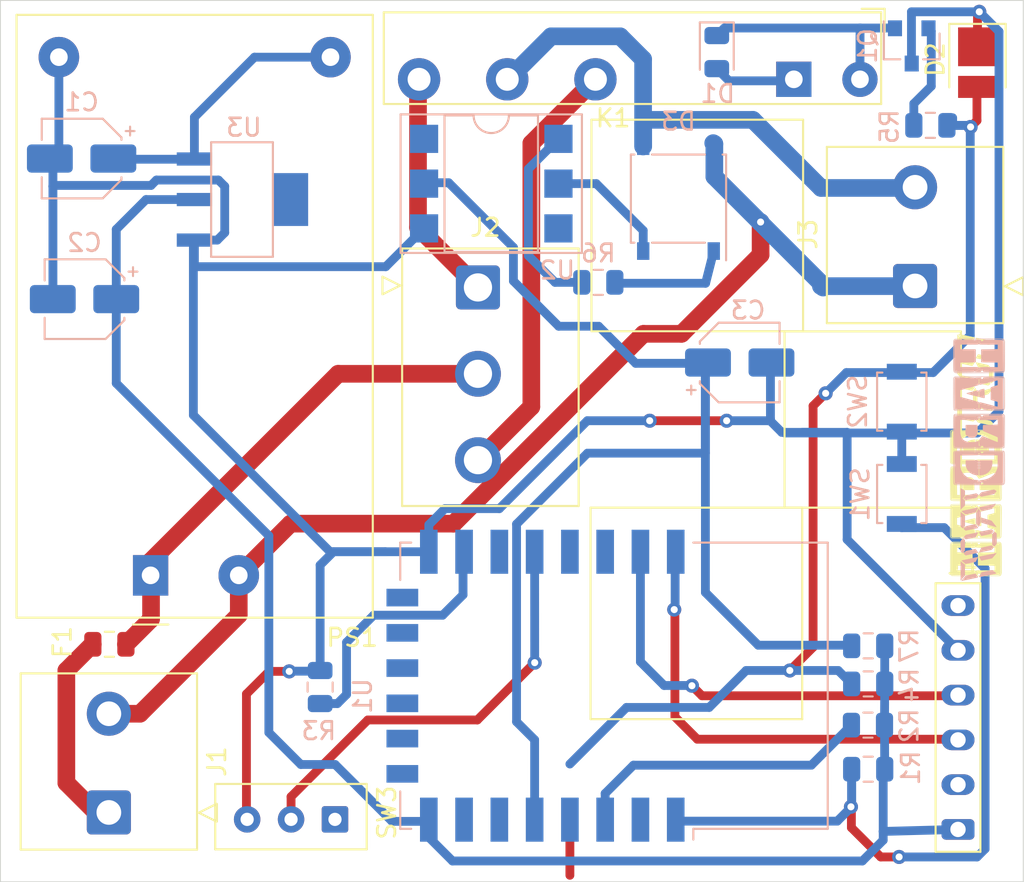
<source format=kicad_pcb>
(kicad_pcb (version 20171130) (host pcbnew "(5.1.5)-3")
  (layers (0 F.Cu signal) (31 B.Cu signal) (34 B.Paste user) (35 F.Paste user) (36 B.SilkS user) (37 F.SilkS user) (38 B.Mask user) (39 F.Mask user) (44 Edge.Cuts user))
  (net 0 "")
  (net 1 GND)
  (net 2 "Net-(U1-Pad19)")
  (net 3 "Net-(U1-Pad17)")
  (net 4 "Net-(U1-Pad14)")
  (net 5 "Net-(U1-Pad13)")
  (net 6 "Net-(U1-Pad12)")
  (net 7 "Net-(U1-Pad11)")
  (net 8 "Net-(U1-Pad10)")
  (net 9 "Net-(U1-Pad9)")
  (net 10 +3V3)
  (net 11 "Net-(U1-Pad7)")
  (net 12 "Net-(U1-Pad2)")
  (net 13 "Net-(D3-Pad2)")
  (net 14 "Net-(D3-Pad1)")
  (net 15 "Net-(Q1-Pad2)")
  (net 16 "Net-(U2-Pad6)")
  (net 17 "Net-(U2-Pad3)")
  (net 18 "Net-(D1-Pad1)")
  (net 19 "Net-(C1-Pad1)")
  (net 20 Gpio14)
  (net 21 +5V)
  (net 22 Gpio16)
  (net 23 "Net-(J4-Pad6)")
  (net 24 Rx)
  (net 25 Tx)
  (net 26 "Net-(J4-Pad2)")
  (net 27 C)
  (net 28 Nf)
  (net 29 Na)
  (net 30 Rst)
  (net 31 EN)
  (net 32 Gpio15)
  (net 33 "Net-(R6-Pad2)")
  (net 34 Gpio0)
  (net 35 "Net-(SW3-Pad1)")
  (net 36 "Net-(U1-Pad20)")
  (net 37 Gpio12)
  (net 38 Neutro)
  (net 39 C-Interrruptor)
  (net 40 Fase)
  (module Button_Switch_SMD:SW_SPST_B3U-1000P-B (layer B.Cu) (at 64.1096 35.7632 270)
    (fp_text reference SW2 (at 0 2.5 90) (layer B.SilkS) (effects (justify mirror)))
    (fp_text value B3U-1000P-B)
    (pad "" np_thru_hole circle (at 0 0 270) (size 0.8 0.8) (drill 0.8) (layers *.Cu *.Mask))
    (pad 2 smd rect (at 1.7 0 270) (size 0.9 1.7) (layers B.Cu B.Paste B.Mask) (net 1 GND))
    (pad 1 smd rect (at -1.7 0 270) (size 0.9 1.7) (layers B.Cu B.Paste B.Mask) (net 22 Gpio16))
  )
  (module Button_Switch_SMD:SW_SPST_B3U-1000P-B (layer B.Cu) (at 64.1096 41.00068 90)
    (fp_text reference SW1 (at -0.01524 -2.35712 90) (layer B.SilkS) (effects (justify mirror)))
    (fp_text value B3U-1000P-B)
    (pad "" np_thru_hole circle (at 0 0 90) (size 0.8 0.8) (drill 0.8) (layers *.Cu *.Mask))
    (pad 2 smd rect (at 1.7 0 90) (size 0.9 1.7) (layers B.Cu B.Paste B.Mask) (net 1 GND))
    (pad 1 smd rect (at -1.7 0 90) (size 0.9 1.7) (layers B.Cu B.Paste B.Mask) (net 30 Rst))
  )
  (module Logo:hardtron (layer B.Cu) (at 68.4784 39.13632 270)
    (fp_text reference G*** hide)
    (fp_text value LOGO hide)
  )
  (module Logo:hardtron (layer F.Cu) (at 68.29552 38.71976 90)
    (fp_text reference G*** hide)
    (fp_text value LOGO hide)
  )
  (module Package_DIP:DIP-6_W7.62mm_SMDSocket_SmallPads (layer B.Cu) (at 40.8305 23.3934 180)
    (fp_text reference U2 (at -3.7465 -4.9149) (layer B.SilkS) (effects (justify mirror)))
    (fp_text value 4N25)
    (pad 6 smd rect (at 3.81 2.54 180) (size 1.6 1.6) (layers B.Cu B.Paste B.Mask) (net 16 "Net-(U2-Pad6)"))
    (pad 3 smd rect (at -3.81 -2.54 180) (size 1.6 1.6) (layers B.Cu B.Paste B.Mask) (net 17 "Net-(U2-Pad3)"))
    (pad 5 smd rect (at 3.81 0 180) (size 1.6 1.6) (layers B.Cu B.Paste B.Mask) (net 20 Gpio14))
    (pad 2 smd rect (at -3.81 0 180) (size 1.6 1.6) (layers B.Cu B.Paste B.Mask) (net 13 "Net-(D3-Pad2)"))
    (pad 4 smd rect (at 3.81 -2.54 180) (size 1.6 1.6) (layers B.Cu B.Paste B.Mask) (net 1 GND))
    (pad 1 smd rect (at -3.81 2.54 180) (size 1.6 1.6) (layers B.Cu B.Paste B.Mask) (net 33 "Net-(R6-Pad2)"))
  )
  (module Connector_TE-Connectivity:TE_826576-3_1x03_P1mm_Vertical (layer F.Cu) (at 33.7693 61.1632 180)
    (fp_text reference SW3 (at -1.143 2.0828 90) (layer F.SilkS))
    (fp_text value SS12D00)
    (pad 1 thru_hole roundrect (at 1.8 1.7 180) (size 1.5 1.5) (drill 0.75) (layers *.Cu *.Mask) (roundrect_rratio 0.104) (net 35 "Net-(SW3-Pad1)"))
    (pad 2 thru_hole circle (at 4.29 1.7 180) (size 1.5 1.5) (drill 0.75) (layers *.Cu *.Mask) (net 34 Gpio0))
    (pad 3 thru_hole circle (at 6.78 1.7 180) (size 1.5 1.5) (drill 0.75) (layers *.Cu *.Mask) (net 1 GND))
  )
  (module Connector_Wuerth:Wuerth_WR-WTB_64800611622_1x06_P2.50mm_Vertical (layer F.Cu) (at 66.0273 61.3029 90)
    (fp_text reference J4 (at 16.256 1.524) (layer F.SilkS))
    (fp_text value Cp2102)
    (pad 1 thru_hole roundrect (at 1.27 1.27 90) (size 1.17 1.87) (drill 0.87) (layers *.Cu *.Mask) (roundrect_rratio 0.214) (net 10 +3V3))
    (pad 2 thru_hole oval (at 3.81 1.27 90) (size 1.17 1.87) (drill 0.87) (layers *.Cu *.Mask) (net 26 "Net-(J4-Pad2)"))
    (pad 3 thru_hole oval (at 6.35 1.27 90) (size 1.17 1.87) (drill 0.87) (layers *.Cu *.Mask) (net 25 Tx))
    (pad 4 thru_hole oval (at 8.89 1.27 90) (size 1.17 1.87) (drill 0.87) (layers *.Cu *.Mask) (net 24 Rx))
    (pad 5 thru_hole oval (at 11.43 1.27 90) (size 1.17 1.87) (drill 0.87) (layers *.Cu *.Mask) (net 1 GND))
    (pad 6 thru_hole oval (at 13.97 1.27 90) (size 1.17 1.87) (drill 0.87) (layers *.Cu *.Mask) (net 23 "Net-(J4-Pad6)"))
  )
  (module Package_DIP:R-PDSO-G4 (layer B.Cu) (at 28.448 27.5463 90)
    (fp_text reference U3 (at 7.3394 -1.6416 180) (layer B.SilkS) (effects (justify mirror)))
    (fp_text value LM1117-3.3)
    (pad 4 smd rect (at 3.25 1 90) (size 3 2) (layers B.Cu B.Paste B.Mask))
    (pad 3 smd rect (at 5.55 -4.45 90) (size 0.75 2) (layers B.Cu B.Paste B.Mask) (net 19 "Net-(C1-Pad1)"))
    (pad 2 smd rect (at 3.25 -4.45 90) (size 0.75 2) (layers B.Cu B.Paste B.Mask) (net 10 +3V3))
    (pad 1 smd rect (at 0.95 -4.45 90) (size 0.75 2) (layers B.Cu B.Paste B.Mask) (net 1 GND))
  )
  (module RF_Module:ESP-12E (layer B.Cu) (at 47.7901 51.8795 90)
    (fp_text reference U1 (at -0.5842 -14.2494 -90) (layer B.SilkS) (effects (justify mirror)))
    (fp_text value ESP-12E)
    (pad 22 smd rect (at 7.6 3.5 90) (size 2.5 1) (layers B.Cu B.Paste B.Mask) (net 25 Tx))
    (pad 21 smd rect (at 7.6 1.5 90) (size 2.5 1) (layers B.Cu B.Paste B.Mask) (net 24 Rx))
    (pad 20 smd rect (at 7.6 -0.5 90) (size 2.5 1) (layers B.Cu B.Paste B.Mask) (net 36 "Net-(U1-Pad20)"))
    (pad 19 smd rect (at 7.6 -2.5 90) (size 2.5 1) (layers B.Cu B.Paste B.Mask) (net 2 "Net-(U1-Pad19)"))
    (pad 18 smd rect (at 7.6 -4.5 90) (size 2.5 1) (layers B.Cu B.Paste B.Mask) (net 34 Gpio0))
    (pad 17 smd rect (at 7.6 -6.5 90) (size 2.5 1) (layers B.Cu B.Paste B.Mask) (net 3 "Net-(U1-Pad17)"))
    (pad 16 smd rect (at 7.6 -8.5 90) (size 2.5 1) (layers B.Cu B.Paste B.Mask) (net 32 Gpio15))
    (pad 15 smd rect (at 7.6 -10.5 90) (size 2.5 1) (layers B.Cu B.Paste B.Mask) (net 1 GND))
    (pad 14 smd rect (at 5 -12 90) (size 1 1.8) (layers B.Cu B.Paste B.Mask) (net 4 "Net-(U1-Pad14)"))
    (pad 13 smd rect (at 3 -12 90) (size 1 1.8) (layers B.Cu B.Paste B.Mask) (net 5 "Net-(U1-Pad13)"))
    (pad 12 smd rect (at 1 -12 90) (size 1 1.8) (layers B.Cu B.Paste B.Mask) (net 6 "Net-(U1-Pad12)"))
    (pad 11 smd rect (at -1 -12 90) (size 1 1.8) (layers B.Cu B.Paste B.Mask) (net 7 "Net-(U1-Pad11)"))
    (pad 10 smd rect (at -3 -12 90) (size 1 1.8) (layers B.Cu B.Paste B.Mask) (net 8 "Net-(U1-Pad10)"))
    (pad 9 smd rect (at -5 -12 90) (size 1 1.8) (layers B.Cu B.Paste B.Mask) (net 9 "Net-(U1-Pad9)"))
    (pad 8 smd rect (at -7.6 -10.5 90) (size 2.5 1) (layers B.Cu B.Paste B.Mask) (net 10 +3V3))
    (pad 7 smd rect (at -7.6 -8.5 90) (size 2.5 1) (layers B.Cu B.Paste B.Mask) (net 11 "Net-(U1-Pad7)"))
    (pad 6 smd rect (at -7.6 -6.5 90) (size 2.5 1) (layers B.Cu B.Paste B.Mask) (net 37 Gpio12))
    (pad 5 smd rect (at -7.6 -4.5 90) (size 2.5 1) (layers B.Cu B.Paste B.Mask) (net 20 Gpio14))
    (pad 4 smd rect (at -7.6 -2.5 90) (size 2.5 1) (layers B.Cu B.Paste B.Mask) (net 22 Gpio16))
    (pad 3 smd rect (at -7.6 -0.5 90) (size 2.5 1) (layers B.Cu B.Paste B.Mask) (net 31 EN))
    (pad 2 smd rect (at -7.6 1.5 90) (size 2.5 1) (layers B.Cu B.Paste B.Mask) (net 12 "Net-(U1-Pad2)"))
    (pad 1 smd rect (at -7.6 3.5 90) (size 2.5 1) (layers B.Cu B.Paste B.Mask) (net 30 Rst))
  )
  (module Resistor_SMD:R_0805_2012Metric (layer B.Cu) (at 62.2046 49.6189 180)
    (fp_text reference R7 (at -2.3241 0 270) (layer B.SilkS) (effects (justify mirror)))
    (fp_text value 10k)
    (pad 2 smd roundrect (at 0.9375 0 180) (size 0.975 1.4) (layers B.Cu B.Paste B.Mask) (net 20 Gpio14))
    (pad 1 smd roundrect (at -0.9375 0 180) (size 0.975 1.4) (layers B.Cu B.Paste B.Mask) (net 10 +3V3))
  )
  (module Resistor_SMD:R_0805_2012Metric (layer B.Cu) (at 46.9011 28.9941 180)
    (fp_text reference R6 (at 0 1.65) (layer B.SilkS) (effects (justify mirror)))
    (fp_text value 300k)
    (pad 2 smd roundrect (at 0.9375 0 180) (size 0.975 1.4) (layers B.Cu B.Paste B.Mask) (net 33 "Net-(R6-Pad2)"))
    (pad 1 smd roundrect (at -0.9375 0 180) (size 0.975 1.4) (layers B.Cu B.Paste B.Mask) (net 14 "Net-(D3-Pad1)"))
  )
  (module Resistor_SMD:R_0805_2012Metric (layer B.Cu) (at 65.73012 20.08632 180)
    (fp_text reference R5 (at 2.3241 -0.0762 -90) (layer B.SilkS) (effects (justify mirror)))
    (fp_text value 1k)
    (pad 2 smd roundrect (at 0.9375 0 180) (size 0.975 1.4) (layers B.Cu B.Paste B.Mask) (net 15 "Net-(Q1-Pad2)"))
    (pad 1 smd roundrect (at -0.9375 0 180) (size 0.975 1.4) (layers B.Cu B.Paste B.Mask) (net 22 Gpio16))
  )
  (module Resistor_SMD:R_0805_2012Metric (layer B.Cu) (at 62.2046 51.7779)
    (fp_text reference R4 (at 2.3368 0.0762 270) (layer B.SilkS) (effects (justify mirror)))
    (fp_text value 10k)
    (pad 2 smd roundrect (at 0.9375 0) (size 0.975 1.4) (layers B.Cu B.Paste B.Mask) (net 10 +3V3))
    (pad 1 smd roundrect (at -0.9375 0) (size 0.975 1.4) (layers B.Cu B.Paste B.Mask) (net 22 Gpio16))
  )
  (module Resistor_SMD:R_0805_2012Metric (layer B.Cu) (at 31.1277 51.9557 270)
    (fp_text reference R3 (at 2.4892 0.0762) (layer B.SilkS) (effects (justify mirror)))
    (fp_text value 10k)
    (pad 2 smd roundrect (at 0.9375 0 270) (size 0.975 1.4) (layers B.Cu B.Paste B.Mask) (net 32 Gpio15))
    (pad 1 smd roundrect (at -0.9375 0 270) (size 0.975 1.4) (layers B.Cu B.Paste B.Mask) (net 1 GND))
  )
  (module Resistor_SMD:R_0805_2012Metric (layer B.Cu) (at 62.1919 54.1147)
    (fp_text reference R2 (at 2.3368 0.0381 270) (layer B.SilkS) (effects (justify mirror)))
    (fp_text value 10k)
    (pad 2 smd roundrect (at 0.9375 0) (size 0.975 1.4) (layers B.Cu B.Paste B.Mask) (net 10 +3V3))
    (pad 1 smd roundrect (at -0.9375 0) (size 0.975 1.4) (layers B.Cu B.Paste B.Mask) (net 31 EN))
  )
  (module Resistor_SMD:R_0805_2012Metric (layer B.Cu) (at 62.2046 56.6166)
    (fp_text reference R1 (at 2.413 -0.0762 270) (layer B.SilkS) (effects (justify mirror)))
    (fp_text value 10k)
    (pad 2 smd roundrect (at 0.9375 0) (size 0.975 1.4) (layers B.Cu B.Paste B.Mask) (net 10 +3V3))
    (pad 1 smd roundrect (at -0.9375 0) (size 0.975 1.4) (layers B.Cu B.Paste B.Mask) (net 30 Rst))
  )
  (module Package_TO_SOT_SMD:SOT-23 (layer B.Cu) (at 64.67348 15.58036 270)
    (fp_text reference Q1 (at 0 2.5 90) (layer B.SilkS) (effects (justify mirror)))
    (fp_text value BC547)
    (pad 3 smd rect (at 1 0 270) (size 0.9 0.8) (layers B.Cu B.Paste B.Mask) (net 1 GND))
    (pad 2 smd rect (at -1 -0.95 270) (size 0.9 0.8) (layers B.Cu B.Paste B.Mask) (net 15 "Net-(Q1-Pad2)"))
    (pad 1 smd rect (at -1 0.95 270) (size 0.9 0.8) (layers B.Cu B.Paste B.Mask) (net 18 "Net-(D1-Pad1)"))
  )
  (module Converter_ACDC:Converter_ACDC_HiLink_HLK-PMxx (layer F.Cu) (at 21.5138 45.6184 90)
    (fp_text reference PS1 (at -3.5306 11.43) (layer F.SilkS))
    (fp_text value HLK-PM01)
    (pad 4 thru_hole circle (at 29.4 10.2 90) (size 2.3 2.3) (drill 1) (layers *.Cu *.Mask) (net 19 "Net-(C1-Pad1)"))
    (pad 2 thru_hole circle (at 0 5 90) (size 2.3 2.3) (drill 1) (layers *.Cu *.Mask) (net 38 Neutro))
    (pad 1 thru_hole rect (at 0 0 90) (size 2.3 2) (drill 1) (layers *.Cu *.Mask) (net 39 C-Interrruptor))
    (pad 3 thru_hole circle (at 29.4 -5.2 90) (size 2.3 2.3) (drill 1) (layers *.Cu *.Mask) (net 1 GND))
  )
  (module Relay_THT:Relay_SPDT_Finder_34.51_Vertical (layer F.Cu) (at 57.9882 17.4752 180)
    (fp_text reference K1 (at 10.25 -2.2) (layer F.SilkS))
    (fp_text value FINDER-34.51)
    (pad A2 thru_hole circle (at -3.75 0 180) (size 2 2) (drill 1) (layers *.Cu *.Mask) (net 18 "Net-(D1-Pad1)"))
    (pad A1 thru_hole rect (at 0 0 180) (size 2 2) (drill 1) (layers *.Cu *.Mask) (net 21 +5V))
    (pad 12 thru_hole circle (at 11.25 0 180) (size 2.4 2.4) (drill 1.3) (layers *.Cu *.Mask) (net 28 Nf))
    (pad 11 thru_hole circle (at 16.25 0 180) (size 2.4 2.4) (drill 1.3) (layers *.Cu *.Mask) (net 27 C))
    (pad 14 thru_hole circle (at 21.25 0 180) (size 2.4 2.4) (drill 1.3) (layers *.Cu *.Mask) (net 29 Na))
  )
  (module Connector_TE-Connectivity:Tblock10x10mm (layer F.Cu) (at 59.86272 31.6992 90)
    (fp_text reference J3 (at 5.4356 -1.0668 90) (layer F.SilkS))
    (fp_text value OutAC)
    (pad 1 thru_hole roundrect (at 2.5 5 90) (size 2.5 2.5) (drill 1.4) (layers *.Cu *.Mask) (roundrect_rratio 0.104) (net 38 Neutro))
    (pad 2 thru_hole circle (at 8.1 5 90) (size 2.5 2.5) (drill 1.4) (layers *.Cu *.Mask) (net 27 C))
  )
  (module Connector_TE-Connectivity:Tblock3.10x10mm (layer F.Cu) (at 46.1772 26.6827 270)
    (fp_text reference J2 (at -0.8001 5.6769 180) (layer F.SilkS))
    (fp_text value 300V/10A)
    (pad 1 thru_hole roundrect (at 2.6 6.1 270) (size 2.5 2.5) (drill 1.6) (layers *.Cu *.Mask) (roundrect_rratio 0.104) (net 29 Na))
    (pad 2 thru_hole circle (at 7.5 6.1 270) (size 2.6 2.6) (drill 1.6) (layers *.Cu *.Mask) (net 39 C-Interrruptor))
    (pad 3 thru_hole circle (at 12.4 6.1 270) (size 2.6 2.6) (drill 1.6) (layers *.Cu *.Mask) (net 28 Nf))
  )
  (module Connector_TE-Connectivity:Tblock10x10mm (layer F.Cu) (at 14.1478 61.5696 90)
    (fp_text reference J1 (at 5.3848 11.1252 90) (layer F.SilkS))
    (fp_text value InAC)
    (pad 1 thru_hole roundrect (at 2.5 5 90) (size 2.5 2.5) (drill 1.4) (layers *.Cu *.Mask) (roundrect_rratio 0.104) (net 40 Fase))
    (pad 2 thru_hole circle (at 8.1 5 90) (size 2.5 2.5) (drill 1.4) (layers *.Cu *.Mask) (net 38 Neutro))
  )
  (module Fuse:Fuse_0805_2012Metric (layer F.Cu) (at 19.177 49.53)
    (fp_text reference F1 (at -2.667 -0.127 90) (layer F.SilkS))
    (fp_text value 1A)
    (pad 2 smd roundrect (at 0.9375 0) (size 0.975 1.4) (layers F.Cu F.Paste F.Mask) (net 39 C-Interrruptor))
    (pad 1 smd roundrect (at -0.9375 0) (size 0.975 1.4) (layers F.Cu F.Paste F.Mask) (net 40 Fase))
  )
  (module Diode_SMD:Diode_Bridge_Vishay_MBLS (layer B.Cu) (at 51.4477 24.2443 90)
    (fp_text reference D3 (at 4.3815 0 180) (layer B.SilkS) (effects (justify mirror)))
    (fp_text value MBL110S)
    (pad 4 smd rect (at 2.975 2 90) (size 1 0.7) (layers B.Cu B.Paste B.Mask) (net 38 Neutro))
    (pad 3 smd rect (at 2.975 -2 90) (size 1 0.7) (layers B.Cu B.Paste B.Mask) (net 27 C))
    (pad 2 smd rect (at -2.975 -2 90) (size 1 0.7) (layers B.Cu B.Paste B.Mask) (net 13 "Net-(D3-Pad2)"))
    (pad 1 smd rect (at -2.975 2 90) (size 1 0.7) (layers B.Cu B.Paste B.Mask) (net 14 "Net-(D3-Pad1)"))
  )
  (module LED_SMD:LED_PLCC_2835 (layer F.Cu) (at 68.4022 16.53032 270)
    (fp_text reference D2 (at -0.1778 2.3876 270) (layer F.SilkS))
    (fp_text value LED)
    (pad 2 smd rect (at 1.375 0 270) (size 1.25 2.2) (layers F.Cu F.Paste F.Mask) (net 22 Gpio16))
    (pad 1 smd rect (at -0.9 0 270) (size 2.2 2.2) (layers F.Cu F.Paste F.Mask) (net 1 GND))
  )
  (module Diode_SMD:D_0805_2012Metric (layer B.Cu) (at 53.6194 15.93088 270)
    (fp_text reference D1 (at 2.3622 -0.0508 180) (layer B.SilkS) (effects (justify mirror)))
    (fp_text value DIODE)
    (pad 2 smd roundrect (at 0.9375 0 270) (size 0.975 1.4) (layers B.Cu B.Paste B.Mask) (net 21 +5V))
    (pad 1 smd roundrect (at -0.9375 0 270) (size 0.975 1.4) (layers B.Cu B.Paste B.Mask) (net 18 "Net-(D1-Pad1)"))
  )
  (module Capacitor_SMD:CP_Elec_4x5.4 (layer B.Cu) (at 54.91988 33.54324)
    (fp_text reference C3 (at 0.47244 -2.96164) (layer B.SilkS) (effects (justify mirror)))
    (fp_text value 1uF)
    (pad 2 smd roundrect (at 1.8 0) (size 2.6 1.6) (layers B.Cu B.Paste B.Mask) (roundrect_rratio 0.15625) (net 1 GND))
    (pad 1 smd roundrect (at -1.8 0) (size 2.6 1.6) (layers B.Cu B.Paste B.Mask) (roundrect_rratio 0.15625) (net 20 Gpio14))
  )
  (module Capacitor_SMD:CP_Elec_4x5.4 (layer B.Cu) (at 17.7673 29.9466 180)
    (fp_text reference C2 (at 0 3.2 180) (layer B.SilkS) (effects (justify mirror)))
    (fp_text value 10uF)
    (pad 2 smd roundrect (at 1.8 0 180) (size 2.6 1.6) (layers B.Cu B.Paste B.Mask) (roundrect_rratio 0.15625) (net 1 GND))
    (pad 1 smd roundrect (at -1.8 0 180) (size 2.6 1.6) (layers B.Cu B.Paste B.Mask) (roundrect_rratio 0.15625) (net 10 +3V3))
  )
  (module Capacitor_SMD:CP_Elec_4x5.4 (layer B.Cu) (at 17.6022 21.971 180)
    (fp_text reference C1 (at 0 3.2) (layer B.SilkS) (effects (justify mirror)))
    (fp_text value 10uF)
    (pad 2 smd roundrect (at 1.8 0 180) (size 2.6 1.6) (layers B.Cu B.Paste B.Mask) (roundrect_rratio 0.15625) (net 1 GND))
    (pad 1 smd roundrect (at -1.8 0 180) (size 2.6 1.6) (layers B.Cu B.Paste B.Mask) (roundrect_rratio 0.15625) (net 19 "Net-(C1-Pad1)"))
  )
  (gr_line (start 13 13) (end 13 63) (layer Edge.Cuts) (width 0.05))
  (gr_line (start 46.5131 19.7676) (end 58.5131 19.7676) (layer F.SilkS) (width 0.12))
  (gr_line (start 58.5131 19.7676) (end 58.5131 31.7676) (layer F.SilkS) (width 0.12))
  (gr_line (start 46.5131 19.7676) (end 46.5131 31.7676) (layer F.SilkS) (width 0.12))
  (gr_line (start 46.5131 31.7676) (end 58.5131 31.7676) (layer F.SilkS) (width 0.12))
  (gr_line (start 67.4623 41.7767) (end 67.4623 31.7767) (layer F.SilkS) (width 0.12))
  (gr_line (start 67.4623 31.7767) (end 57.4623 31.7767) (layer F.SilkS) (width 0.12))
  (gr_line (start 46.4623 41.7767) (end 58.4623 41.7767) (layer F.SilkS) (width 0.12))
  (gr_line (start 58.4623 41.7767) (end 58.4623 53.7767) (layer F.SilkS) (width 0.12))
  (gr_line (start 46.4623 53.7767) (end 58.4623 53.7767) (layer F.SilkS) (width 0.12))
  (gr_line (start 57.4623 41.7767) (end 57.4623 31.7767) (layer F.SilkS) (width 0.12))
  (gr_line (start 67.4623 41.7767) (end 57.4623 41.7767) (layer F.SilkS) (width 0.12))
  (gr_line (start 46.4623 41.7767) (end 46.4623 53.7767) (layer F.SilkS) (width 0.12))
  (gr_line (start 71 13) (end 71 63) (layer Edge.Cuts) (width 0.05))
  (gr_line (start 13 63) (end 71 63) (layer Edge.Cuts) (width 0.05))
  (gr_line (start 13 13) (end 71 13) (layer Edge.Cuts) (width 0.05))
  (segment (start 16.3138 21.4594) (end 15.8022 21.971) (width 0.5) (layer B.Cu) (net 1))
  (segment (start 16.3138 16.2184) (end 16.3138 21.4594) (width 0.5) (layer B.Cu) (net 1))
  (segment (start 15.9766 29.9373) (end 15.9673 29.9466) (width 0.5) (layer B.Cu) (net 1))
  (segment (start 15.8022 21.971) (end 15.8369 21.971) (width 0.5) (layer B.Cu) (net 1))
  (segment (start 15.9766 22.1107) (end 15.9766 29.9373) (width 0.5) (layer B.Cu) (net 1))
  (segment (start 15.8369 21.971) (end 15.9766 22.1107) (width 0.5) (layer B.Cu) (net 1))
  (segment (start 16.0147 23.495) (end 15.9639 23.5458) (width 0.5) (layer B.Cu) (net 1))
  (segment (start 21.5392 23.495) (end 16.0147 23.495) (width 0.5) (layer B.Cu) (net 1))
  (segment (start 21.844 23.1902) (end 21.5392 23.495) (width 0.5) (layer B.Cu) (net 1))
  (segment (start 25.2959 26.5963) (end 25.7175 26.1747) (width 0.5) (layer B.Cu) (net 1))
  (segment (start 25.7175 26.1747) (end 25.7175 23.5458) (width 0.5) (layer B.Cu) (net 1))
  (segment (start 23.998 26.5963) (end 25.2959 26.5963) (width 0.5) (layer B.Cu) (net 1))
  (segment (start 25.3619 23.1902) (end 21.844 23.1902) (width 0.5) (layer B.Cu) (net 1))
  (segment (start 25.7175 23.5458) (end 25.3619 23.1902) (width 0.5) (layer B.Cu) (net 1))
  (segment (start 37.2901 44.2795) (end 34.818 44.2795) (width 0.5) (layer B.Cu) (net 1))
  (segment (start 31.1277 45.0342) (end 31.1277 51.0182) (width 0.5) (layer B.Cu) (net 1))
  (segment (start 34.818 44.2795) (end 31.8824 44.2795) (width 0.5) (layer B.Cu) (net 1))
  (segment (start 31.8824 44.2795) (end 31.1277 45.0342) (width 0.5) (layer B.Cu) (net 1))
  (segment (start 31.0919 51.054) (end 31.1277 51.0182) (width 0.5) (layer B.Cu) (net 1))
  (segment (start 29.3751 51.0667) (end 29.3878 51.054) (width 0.5) (layer B.Cu) (net 1))
  (via (at 29.3751 51.0667) (size 0.8) (drill 0.4) (layers F.Cu B.Cu) (net 1))
  (segment (start 28.2321 51.0667) (end 26.9494 52.3494) (width 0.5) (layer F.Cu) (net 1))
  (segment (start 29.3878 51.054) (end 31.0919 51.054) (width 0.5) (layer B.Cu) (net 1))
  (segment (start 29.3751 51.0667) (end 28.2321 51.0667) (width 0.5) (layer F.Cu) (net 1))
  (segment (start 26.9494 52.3494) (end 26.9494 59.4233) (width 0.5) (layer F.Cu) (net 1))
  (segment (start 26.9494 59.4233) (end 26.9893 59.4632) (width 0.5) (layer F.Cu) (net 1))
  (segment (start 23.9395 26.6548) (end 23.998 26.5963) (width 0.5) (layer B.Cu) (net 1))
  (segment (start 23.9395 36.5252) (end 23.9395 26.6548) (width 0.5) (layer B.Cu) (net 1))
  (segment (start 34.818 44.2795) (end 31.6938 44.2795) (width 0.5) (layer B.Cu) (net 1))
  (segment (start 31.6938 44.2795) (end 23.9395 36.5252) (width 0.5) (layer B.Cu) (net 1))
  (segment (start 23.998 28.1051) (end 23.998 26.5963) (width 0.5) (layer B.Cu) (net 1))
  (segment (start 37.0205 25.9334) (end 34.8488 28.1051) (width 0.5) (layer B.Cu) (net 1))
  (segment (start 34.8488 28.1051) (end 23.998 28.1051) (width 0.5) (layer B.Cu) (net 1))
  (segment (start 37.2901 43.9195) (end 37.25164 43.88104) (width 0.5) (layer B.Cu) (net 1))
  (segment (start 37.2901 44.2795) (end 37.2901 43.9195) (width 0.5) (layer B.Cu) (net 1))
  (segment (start 56.6042 36.8046) (end 56.66232 36.74648) (width 0.5) (layer B.Cu) (net 1))
  (segment (start 56.66232 33.6008) (end 56.71988 33.54324) (width 0.5) (layer B.Cu) (net 1))
  (segment (start 56.66232 36.74648) (end 56.66232 33.6008) (width 0.5) (layer B.Cu) (net 1))
  (segment (start 64.65824 16.56512) (end 64.65824 13.64488) (width 0.5) (layer B.Cu) (net 1))
  (segment (start 64.67348 16.58036) (end 64.65824 16.56512) (width 0.5) (layer B.Cu) (net 1))
  (segment (start 64.65824 13.64488) (end 68.5038 13.64488) (width 0.5) (layer B.Cu) (net 1))
  (via (at 68.5038 13.64488) (size 0.8) (drill 0.4) (layers F.Cu B.Cu) (net 1))
  (segment (start 68.4022 13.74648) (end 68.4022 15.63032) (width 0.5) (layer F.Cu) (net 1))
  (segment (start 68.5038 13.64488) (end 68.4022 13.74648) (width 0.5) (layer F.Cu) (net 1))
  (segment (start 56.6042 36.8046) (end 56.56356 36.84524) (width 0.5) (layer B.Cu) (net 1))
  (segment (start 56.56356 36.84524) (end 54.16296 36.84524) (width 0.5) (layer B.Cu) (net 1))
  (via (at 54.1782 36.84524) (size 0.8) (drill 0.4) (layers F.Cu B.Cu) (net 1))
  (via (at 49.81448 36.84524) (size 0.8) (drill 0.4) (layers F.Cu B.Cu) (net 1))
  (segment (start 49.81448 36.84524) (end 54.1782 36.84524) (width 0.5) (layer F.Cu) (net 1))
  (segment (start 38.20668 41.8338) (end 37.2901 42.75038) (width 0.5) (layer B.Cu) (net 1))
  (segment (start 41.29024 41.8338) (end 38.20668 41.8338) (width 0.5) (layer B.Cu) (net 1))
  (segment (start 37.2901 42.75038) (end 37.2901 44.2795) (width 0.5) (layer B.Cu) (net 1))
  (segment (start 49.81448 36.84524) (end 46.2788 36.84524) (width 0.5) (layer B.Cu) (net 1))
  (segment (start 46.2788 36.84524) (end 41.29024 41.8338) (width 0.5) (layer B.Cu) (net 1))
  (segment (start 68.39204 37.5412) (end 57.4802 37.5412) (width 0.5) (layer B.Cu) (net 1))
  (segment (start 69.6214 36.31184) (end 68.39204 37.5412) (width 0.5) (layer B.Cu) (net 1))
  (segment (start 69.6214 14.76248) (end 69.6214 36.31184) (width 0.5) (layer B.Cu) (net 1))
  (segment (start 57.4802 37.5412) (end 57.44972 37.51072) (width 0.5) (layer B.Cu) (net 1))
  (segment (start 68.5038 13.64488) (end 69.6214 14.76248) (width 0.5) (layer B.Cu) (net 1))
  (segment (start 57.30524 37.50564) (end 59.29884 37.50564) (width 0.5) (layer B.Cu) (net 1))
  (segment (start 56.6042 36.8046) (end 57.30524 37.50564) (width 0.5) (layer B.Cu) (net 1))
  (segment (start 64.1096 39.30068) (end 64.1096 37.4632) (width 0.5) (layer B.Cu) (net 1))
  (segment (start 61.0108 37.50564) (end 58.47588 37.50564) (width 0.5) (layer B.Cu) (net 1))
  (segment (start 67.2973 49.8729) (end 61.0108 43.5864) (width 0.5) (layer B.Cu) (net 1))
  (segment (start 61.0108 43.5864) (end 61.0108 37.50564) (width 0.5) (layer B.Cu) (net 1))
  (segment (start 19.5673 25.9876) (end 19.5673 29.9466) (width 0.5) (layer B.Cu) (net 10))
  (segment (start 23.998 24.2963) (end 21.2586 24.2963) (width 0.5) (layer B.Cu) (net 10))
  (segment (start 21.2586 24.2963) (end 19.5673 25.9876) (width 0.5) (layer B.Cu) (net 10))
  (segment (start 63.1421 56.6166) (end 63.1294 54.1147) (width 0.5) (layer B.Cu) (net 10))
  (segment (start 63.1294 54.1147) (end 63.1421 51.7779) (width 0.5) (layer B.Cu) (net 10))
  (segment (start 63.1421 51.7779) (end 63.1421 49.6189) (width 0.5) (layer B.Cu) (net 10))
  (segment (start 37.2901 60.4803) (end 37.2901 59.4795) (width 0.5) (layer B.Cu) (net 10))
  (segment (start 61.8744 61.8236) (end 38.6334 61.8236) (width 0.5) (layer B.Cu) (net 10))
  (segment (start 38.6334 61.8236) (end 37.2901 60.4803) (width 0.5) (layer B.Cu) (net 10))
  (segment (start 63.0555 60.6425) (end 61.8744 61.8236) (width 0.5) (layer B.Cu) (net 10))
  (segment (start 37.1939 59.5757) (end 37.2901 59.4795) (width 0.5) (layer B.Cu) (net 10))
  (segment (start 31.9786 56.3499) (end 35.2044 59.5757) (width 0.5) (layer B.Cu) (net 10))
  (segment (start 19.5673 34.7184) (end 28.2194 43.3705) (width 0.5) (layer B.Cu) (net 10))
  (segment (start 28.2194 54.5338) (end 30.0355 56.3499) (width 0.5) (layer B.Cu) (net 10))
  (segment (start 30.0355 56.3499) (end 31.9786 56.3499) (width 0.5) (layer B.Cu) (net 10))
  (segment (start 35.2044 59.5757) (end 37.1939 59.5757) (width 0.5) (layer B.Cu) (net 10))
  (segment (start 19.5673 29.9466) (end 19.5673 34.7184) (width 0.5) (layer B.Cu) (net 10))
  (segment (start 28.2194 43.3705) (end 28.2194 54.5338) (width 0.5) (layer B.Cu) (net 10))
  (segment (start 63.0555 60.1472) (end 67.2973 60.0329) (width 0.5) (layer B.Cu) (net 10))
  (segment (start 63.0555 60.1472) (end 63.0555 60.6425) (width 0.5) (layer B.Cu) (net 10))
  (segment (start 63.0555 56.4388) (end 63.0555 60.1472) (width 0.5) (layer B.Cu) (net 10))
  (segment (start 49.4477 26.0543) (end 49.4477 27.2193) (width 0.5) (layer B.Cu) (net 13))
  (segment (start 44.6405 23.3934) (end 46.7868 23.3934) (width 0.5) (layer B.Cu) (net 13))
  (segment (start 46.7868 23.3934) (end 49.4477 26.0543) (width 0.5) (layer B.Cu) (net 13))
  (segment (start 52.9844 29.0449) (end 53.4477 27.2193) (width 0.5) (layer B.Cu) (net 14))
  (segment (start 47.8386 28.9941) (end 47.8894 29.0449) (width 0.5) (layer B.Cu) (net 14))
  (segment (start 47.8894 29.0449) (end 52.9844 29.0449) (width 0.5) (layer B.Cu) (net 14))
  (segment (start 65.78092 17.86636) (end 64.79262 18.85466) (width 0.5) (layer B.Cu) (net 15))
  (segment (start 65.62348 14.58036) (end 65.78092 14.7378) (width 0.5) (layer B.Cu) (net 15))
  (segment (start 64.79262 18.85466) (end 64.79262 20.08632) (width 0.5) (layer B.Cu) (net 15))
  (segment (start 65.78092 14.7378) (end 65.78092 17.86636) (width 0.5) (layer B.Cu) (net 15))
  (segment (start 61.7382 16.7478) (end 61.7382 17.4752) (width 0.5) (layer B.Cu) (net 18))
  (segment (start 63.70748 14.56436) (end 63.72348 14.58036) (width 0.5) (layer B.Cu) (net 18))
  (segment (start 53.6194 14.99338) (end 54.04842 14.56436) (width 0.5) (layer B.Cu) (net 18))
  (segment (start 61.74232 14.56436) (end 61.7382 17.4752) (width 0.5) (layer B.Cu) (net 18))
  (segment (start 61.74232 14.56436) (end 63.70748 14.56436) (width 0.5) (layer B.Cu) (net 18))
  (segment (start 54.04842 14.56436) (end 61.74232 14.56436) (width 0.5) (layer B.Cu) (net 18))
  (segment (start 23.9852 22.0091) (end 23.998 21.9963) (width 0.5) (layer B.Cu) (net 19))
  (segment (start 19.4022 21.971) (end 19.4403 22.0091) (width 0.5) (layer B.Cu) (net 19))
  (segment (start 19.4403 22.0091) (end 23.9852 22.0091) (width 0.5) (layer B.Cu) (net 19))
  (segment (start 23.998 21.9963) (end 23.998 19.6265) (width 0.5) (layer B.Cu) (net 19))
  (segment (start 27.4061 16.2184) (end 31.7138 16.2184) (width 0.5) (layer B.Cu) (net 19))
  (segment (start 23.998 19.6265) (end 27.4061 16.2184) (width 0.5) (layer B.Cu) (net 19))
  (segment (start 43.2901 54.9487) (end 43.2901 59.4795) (width 0.5) (layer B.Cu) (net 20))
  (segment (start 52.9683 38.6842) (end 46.2915 38.6842) (width 0.5) (layer B.Cu) (net 20))
  (segment (start 52.9683 33.655) (end 52.9683 38.6842) (width 0.5) (layer B.Cu) (net 20))
  (segment (start 46.2915 38.6842) (end 42.2656 42.7101) (width 0.5) (layer B.Cu) (net 20))
  (segment (start 42.2656 42.7101) (end 42.2656 53.9242) (width 0.5) (layer B.Cu) (net 20))
  (segment (start 42.2656 53.9242) (end 43.2901 54.9487) (width 0.5) (layer B.Cu) (net 20))
  (segment (start 55.9689 49.5808) (end 61.229 49.5808) (width 0.5) (layer B.Cu) (net 20))
  (segment (start 61.229 49.5808) (end 61.2671 49.6189) (width 0.5) (layer B.Cu) (net 20))
  (segment (start 52.97424 46.58614) (end 55.9689 49.5808) (width 0.5) (layer B.Cu) (net 20))
  (segment (start 52.9683 33.655) (end 52.97424 33.66094) (width 0.5) (layer B.Cu) (net 20))
  (segment (start 52.97424 33.66094) (end 52.97424 46.58614) (width 0.5) (layer B.Cu) (net 20))
  (segment (start 38.4175 23.3426) (end 37.0205 23.3426) (width 0.5) (layer B.Cu) (net 20))
  (segment (start 42.0878 27.0129) (end 38.4175 23.3426) (width 0.5) (layer B.Cu) (net 20))
  (segment (start 42.0878 28.9179) (end 42.0878 27.0129) (width 0.5) (layer B.Cu) (net 20))
  (segment (start 53.0352 33.5881) (end 49.02114 33.5881) (width 0.5) (layer B.Cu) (net 20))
  (segment (start 52.9683 33.655) (end 53.0352 33.5881) (width 0.5) (layer B.Cu) (net 20))
  (segment (start 49.02114 33.5881) (end 46.91634 31.4833) (width 0.5) (layer B.Cu) (net 20))
  (segment (start 46.91634 31.4833) (end 44.6532 31.4833) (width 0.5) (layer B.Cu) (net 20))
  (segment (start 44.6532 31.4833) (end 42.0878 28.9179) (width 0.5) (layer B.Cu) (net 20))
  (segment (start 54.31258 17.56156) (end 53.6194 16.86838) (width 0.5) (layer B.Cu) (net 21))
  (segment (start 57.9882 17.4752) (end 57.90184 17.56156) (width 0.5) (layer B.Cu) (net 21))
  (segment (start 57.90184 17.56156) (end 54.31258 17.56156) (width 0.5) (layer B.Cu) (net 21))
  (segment (start 66.9948 19.6573) (end 66.9948 20.0787) (width 0.5) (layer B.Cu) (net 22))
  (segment (start 60.5051 51.0159) (end 61.2671 51.7779) (width 0.5) (layer B.Cu) (net 22))
  (segment (start 45.2901 56.3226) (end 48.5013 53.1114) (width 0.5) (layer B.Cu) (net 22))
  (segment (start 45.2901 59.4795) (end 45.2901 62.6364) (width 0.5) (layer F.Cu) (net 22))
  (segment (start 53.1876 53.1114) (end 55.2831 51.0159) (width 0.5) (layer B.Cu) (net 22))
  (segment (start 48.5013 53.1114) (end 53.1876 53.1114) (width 0.5) (layer B.Cu) (net 22))
  (segment (start 55.2831 51.0159) (end 57.7596 51.0159) (width 0.5) (layer B.Cu) (net 22))
  (segment (start 57.7596 51.0159) (end 60.5051 51.0159) (width 0.5) (layer B.Cu) (net 22))
  (via (at 57.7596 51.0159) (size 0.8) (drill 0.4) (layers F.Cu B.Cu) (net 22))
  (segment (start 68.01104 20.17776) (end 67.92468 20.0914) (width 0.5) (layer B.Cu) (net 22))
  (segment (start 68.37172 17.9358) (end 68.4022 17.90532) (width 0.5) (layer F.Cu) (net 22))
  (segment (start 68.37172 19.81708) (end 68.37172 17.9358) (width 0.5) (layer F.Cu) (net 22))
  (segment (start 67.92468 20.0914) (end 66.6727 20.0914) (width 0.5) (layer B.Cu) (net 22))
  (via (at 68.01104 20.17776) (size 0.8) (drill 0.4) (layers F.Cu B.Cu) (net 22))
  (segment (start 66.6727 20.0914) (end 66.66762 20.08632) (width 0.5) (layer B.Cu) (net 22))
  (segment (start 68.01104 20.17776) (end 68.37172 19.81708) (width 0.5) (layer F.Cu) (net 22))
  (segment (start 59.7916 35.29076) (end 59.0804 36.00196) (width 0.5) (layer F.Cu) (net 22))
  (segment (start 59.0804 36.00196) (end 59.0804 49.6951) (width 0.5) (layer F.Cu) (net 22))
  (via (at 59.7916 35.29076) (size 0.8) (drill 0.4) (layers F.Cu B.Cu) (net 22))
  (segment (start 59.0804 49.6951) (end 57.7596 51.0159) (width 0.5) (layer F.Cu) (net 22))
  (segment (start 67.99072 20.08632) (end 66.66762 20.08632) (width 0.5) (layer B.Cu) (net 22))
  (segment (start 67.99072 32.00908) (end 67.99072 20.08632) (width 0.5) (layer B.Cu) (net 22))
  (segment (start 65.8876 34.1122) (end 67.99072 32.00908) (width 0.5) (layer B.Cu) (net 22))
  (segment (start 59.7916 35.29076) (end 60.97016 34.1122) (width 0.5) (layer B.Cu) (net 22))
  (segment (start 60.97016 34.1122) (end 65.8876 34.1122) (width 0.5) (layer B.Cu) (net 22))
  (segment (start 49.2887 44.2809) (end 49.2901 44.2795) (width 0.5) (layer B.Cu) (net 24))
  (segment (start 49.2887 50.5206) (end 49.2887 44.2809) (width 0.5) (layer B.Cu) (net 24))
  (segment (start 50.6349 51.8668) (end 49.2887 50.5206) (width 0.5) (layer B.Cu) (net 24))
  (segment (start 52.2097 51.8795) (end 52.7812 52.451) (width 0.5) (layer F.Cu) (net 24))
  (segment (start 52.7812 52.451) (end 67.2592 52.451) (width 0.5) (layer F.Cu) (net 24))
  (segment (start 52.197 51.8668) (end 50.6349 51.8668) (width 0.5) (layer B.Cu) (net 24))
  (segment (start 52.2097 51.8795) (end 52.197 51.8668) (width 0.5) (layer B.Cu) (net 24))
  (via (at 52.2097 51.8795) (size 0.8) (drill 0.4) (layers F.Cu B.Cu) (net 24))
  (segment (start 67.2592 52.451) (end 67.2973 52.4129) (width 0.5) (layer F.Cu) (net 24))
  (segment (start 51.2064 47.5615) (end 51.2064 47.5615) (width 0.5) (layer F.Cu) (net 25))
  (via (at 51.2064 47.5615) (size 0.8) (drill 0.4) (layers F.Cu B.Cu) (net 25))
  (segment (start 51.2901 44.2795) (end 51.2572 44.3124) (width 0.5) (layer B.Cu) (net 25))
  (segment (start 51.2572 47.5107) (end 51.2064 47.5615) (width 0.5) (layer B.Cu) (net 25))
  (segment (start 51.2572 44.3124) (end 51.2572 47.5107) (width 0.5) (layer B.Cu) (net 25))
  (segment (start 51.2445 47.5996) (end 51.2064 47.5615) (width 0.5) (layer F.Cu) (net 25))
  (segment (start 52.5145 54.9148) (end 51.2445 53.6448) (width 0.5) (layer F.Cu) (net 25))
  (segment (start 67.2973 54.9529) (end 67.2592 54.9148) (width 0.5) (layer F.Cu) (net 25))
  (segment (start 51.2445 53.6448) (end 51.2445 47.5996) (width 0.5) (layer F.Cu) (net 25))
  (segment (start 67.2592 54.9148) (end 52.5145 54.9148) (width 0.5) (layer F.Cu) (net 25))
  (segment (start 41.783 17.4752) (end 41.7382 17.4752) (width 1) (layer B.Cu) (net 27))
  (segment (start 44.2214 15.0368) (end 41.783 17.4752) (width 1) (layer B.Cu) (net 27))
  (segment (start 49.4411 21.2852) (end 49.4411 16.3322) (width 1) (layer B.Cu) (net 27))
  (segment (start 48.1457 15.0368) (end 44.2214 15.0368) (width 1) (layer B.Cu) (net 27))
  (segment (start 49.4411 16.3322) (end 48.1457 15.0368) (width 1) (layer B.Cu) (net 27))
  (segment (start 64.82462 23.6373) (end 59.5275 23.6373) (width 1) (layer B.Cu) (net 27))
  (segment (start 64.86272 23.5992) (end 64.82462 23.6373) (width 1) (layer B.Cu) (net 27))
  (segment (start 49.4477 19.9832) (end 49.4477 21.2693) (width 1) (layer B.Cu) (net 27))
  (segment (start 59.5275 23.6373) (end 55.6641 19.7739) (width 1) (layer B.Cu) (net 27))
  (segment (start 55.6641 19.7739) (end 49.657 19.7739) (width 1) (layer B.Cu) (net 27))
  (segment (start 49.657 19.7739) (end 49.4477 19.9832) (width 1) (layer B.Cu) (net 27))
  (segment (start 43.1038 36.0561) (end 40.0772 39.0827) (width 1) (layer F.Cu) (net 28))
  (segment (start 46.7382 17.4752) (end 43.1038 21.1096) (width 1) (layer F.Cu) (net 28))
  (segment (start 43.1038 21.1096) (end 43.1038 36.0561) (width 1) (layer F.Cu) (net 28))
  (segment (start 36.6776 17.5358) (end 36.7382 17.4752) (width 1) (layer F.Cu) (net 29))
  (segment (start 40.0772 29.2827) (end 36.6776 25.8831) (width 1) (layer F.Cu) (net 29))
  (segment (start 36.6776 25.8831) (end 36.6776 17.5358) (width 1) (layer F.Cu) (net 29))
  (segment (start 63.9572 61.595) (end 63.9572 61.595) (width 0.5) (layer B.Cu) (net 30))
  (via (at 63.9572 61.595) (size 0.8) (drill 0.4) (layers F.Cu B.Cu) (net 30))
  (segment (start 60.452 59.563) (end 51.3736 59.563) (width 0.5) (layer B.Cu) (net 30))
  (segment (start 51.3736 59.563) (end 51.2901 59.4795) (width 0.5) (layer B.Cu) (net 30))
  (segment (start 61.2671 56.6166) (end 61.2671 58.7479) (width 0.5) (layer B.Cu) (net 30))
  (segment (start 61.2671 58.7479) (end 60.452 59.563) (width 0.5) (layer B.Cu) (net 30))
  (segment (start 61.2671 58.7098) (end 61.2671 56.6166) (width 0.5) (layer B.Cu) (net 30))
  (via (at 61.2267 58.7502) (size 0.8) (drill 0.4) (layers F.Cu B.Cu) (net 30))
  (segment (start 61.2267 58.7502) (end 61.2671 58.7098) (width 0.5) (layer B.Cu) (net 30))
  (segment (start 61.2521 58.7756) (end 61.2267 58.7502) (width 0.5) (layer F.Cu) (net 30))
  (segment (start 61.2521 59.9313) (end 61.2521 58.7756) (width 0.5) (layer F.Cu) (net 30))
  (segment (start 63.9572 61.595) (end 62.9158 61.595) (width 0.5) (layer F.Cu) (net 30))
  (segment (start 62.9158 61.595) (end 61.2521 59.9313) (width 0.5) (layer F.Cu) (net 30))
  (segment (start 68.3768 61.595) (end 63.9572 61.595) (width 0.5) (layer B.Cu) (net 30))
  (segment (start 64.07404 42.88028) (end 64.10452 42.91076) (width 0.5) (layer B.Cu) (net 30))
  (segment (start 64.10452 42.91076) (end 66.51244 42.91076) (width 0.5) (layer B.Cu) (net 30))
  (segment (start 68.834 61.1378) (end 68.3768 61.595) (width 0.5) (layer B.Cu) (net 30))
  (segment (start 66.51244 42.91076) (end 68.834 45.23232) (width 0.5) (layer B.Cu) (net 30))
  (segment (start 68.834 45.23232) (end 68.834 61.1378) (width 0.5) (layer B.Cu) (net 30))
  (segment (start 58.9811 56.388) (end 61.2544 54.1147) (width 0.5) (layer B.Cu) (net 31))
  (segment (start 48.895 56.388) (end 58.9811 56.388) (width 0.5) (layer B.Cu) (net 31))
  (segment (start 47.2901 59.4795) (end 47.2901 57.9929) (width 0.5) (layer B.Cu) (net 31))
  (segment (start 47.2901 57.9929) (end 48.895 56.388) (width 0.5) (layer B.Cu) (net 31))
  (segment (start 39.2303 44.3393) (end 39.2901 44.2795) (width 0.5) (layer B.Cu) (net 32))
  (segment (start 39.2303 46.7233) (end 39.2303 44.3393) (width 0.5) (layer B.Cu) (net 32))
  (segment (start 32.6263 49.4157) (end 34.163 47.879) (width 0.5) (layer B.Cu) (net 32))
  (segment (start 38.0746 47.879) (end 39.2303 46.7233) (width 0.5) (layer B.Cu) (net 32))
  (segment (start 32.1079 52.8932) (end 32.6263 52.3748) (width 0.5) (layer B.Cu) (net 32))
  (segment (start 32.6263 52.3748) (end 32.6263 49.4157) (width 0.5) (layer B.Cu) (net 32))
  (segment (start 31.1277 52.8932) (end 32.1079 52.8932) (width 0.5) (layer B.Cu) (net 32))
  (segment (start 34.163 47.879) (end 38.0746 47.879) (width 0.5) (layer B.Cu) (net 32))
  (segment (start 42.9387 22.5552) (end 44.6405 20.8534) (width 0.5) (layer B.Cu) (net 33))
  (segment (start 42.9387 27.4828) (end 42.9387 22.5552) (width 0.5) (layer B.Cu) (net 33))
  (segment (start 45.9636 28.9941) (end 44.45 28.9941) (width 0.5) (layer B.Cu) (net 33))
  (segment (start 44.45 28.9941) (end 42.9387 27.4828) (width 0.5) (layer B.Cu) (net 33))
  (segment (start 43.2901 44.2795) (end 43.2943 50.5714) (width 0.5) (layer B.Cu) (net 34))
  (segment (start 43.2943 50.5714) (end 43.2943 50.5714) (width 0.5) (layer B.Cu) (net 34))
  (via (at 43.2943 50.5714) (size 0.8) (drill 0.4) (layers F.Cu B.Cu) (net 34))
  (segment (start 29.4793 58.1761) (end 29.4793 59.4632) (width 0.5) (layer F.Cu) (net 34))
  (segment (start 43.2943 50.5714) (end 40.0431 53.8226) (width 0.5) (layer F.Cu) (net 34))
  (segment (start 33.8328 53.8226) (end 29.4793 58.1761) (width 0.5) (layer F.Cu) (net 34))
  (segment (start 40.0431 53.8226) (end 33.8328 53.8226) (width 0.5) (layer F.Cu) (net 34))
  (segment (start 20.9143 53.4696) (end 19.1478 53.4696) (width 1) (layer F.Cu) (net 38))
  (segment (start 26.5138 45.6184) (end 26.5138 47.8701) (width 1) (layer F.Cu) (net 38))
  (segment (start 26.5138 47.8701) (end 20.9143 53.4696) (width 1) (layer F.Cu) (net 38))
  (segment (start 53.45938 21.13788) (end 53.4162 21.0947) (width 1) (layer B.Cu) (net 38))
  (segment (start 53.48224 22.99716) (end 53.48224 21.13788) (width 1) (layer B.Cu) (net 38))
  (segment (start 53.48224 21.13788) (end 53.45938 21.13788) (width 1) (layer B.Cu) (net 38))
  (segment (start 56.10352 25.57272) (end 56.0578 25.57272) (width 1) (layer B.Cu) (net 38))
  (via (at 56.10352 25.57272) (size 0.8) (drill 0.4) (layers F.Cu B.Cu) (net 38))
  (segment (start 56.0578 25.57272) (end 53.48224 22.99716) (width 1) (layer B.Cu) (net 38))
  (segment (start 59.64936 29.16428) (end 59.64936 29.29128) (width 1) (layer B.Cu) (net 38))
  (segment (start 56.10352 25.57272) (end 56.10352 25.61844) (width 1) (layer B.Cu) (net 38))
  (segment (start 56.10352 25.61844) (end 59.64936 29.16428) (width 1) (layer B.Cu) (net 38))
  (segment (start 64.85192 29.21) (end 59.52236 29.21) (width 1) (layer B.Cu) (net 38))
  (segment (start 64.86272 29.1992) (end 64.85192 29.21) (width 1) (layer B.Cu) (net 38))
  (segment (start 29.4475 42.6847) (end 26.5138 45.6184) (width 1) (layer F.Cu) (net 38))
  (segment (start 56.10352 27.432) (end 51.62042 31.9151) (width 1) (layer F.Cu) (net 38))
  (segment (start 56.10352 25.57272) (end 56.10352 27.432) (width 1) (layer F.Cu) (net 38))
  (segment (start 38.69182 42.6847) (end 29.4475 42.6847) (width 1) (layer F.Cu) (net 38))
  (segment (start 51.62042 31.9151) (end 49.46142 31.9151) (width 1) (layer F.Cu) (net 38))
  (segment (start 49.46142 31.9151) (end 38.69182 42.6847) (width 1) (layer F.Cu) (net 38))
  (segment (start 20.1145 49.53) (end 21.5392 48.1053) (width 1) (layer F.Cu) (net 39))
  (segment (start 21.5392 45.6438) (end 21.5138 45.6184) (width 1) (layer F.Cu) (net 39))
  (segment (start 21.5392 48.1053) (end 21.5392 45.6438) (width 1) (layer F.Cu) (net 39))
  (segment (start 21.5138 44.8183) (end 21.5138 45.6184) (width 1) (layer F.Cu) (net 39))
  (segment (start 40.0772 34.1827) (end 32.1494 34.1827) (width 1) (layer F.Cu) (net 39))
  (segment (start 32.1494 34.1827) (end 21.5138 44.8183) (width 1) (layer F.Cu) (net 39))
  (segment (start 18.4169 59.0696) (end 19.1478 59.0696) (width 1) (layer F.Cu) (net 40))
  (segment (start 16.7386 57.3913) (end 18.4169 59.0696) (width 1) (layer F.Cu) (net 40))
  (segment (start 16.7386 51.0159) (end 16.7386 57.3913) (width 1) (layer F.Cu) (net 40))
  (segment (start 18.2395 49.53) (end 18.2245 49.53) (width 1) (layer F.Cu) (net 40))
  (segment (start 18.2245 49.53) (end 16.7386 51.0159) (width 1) (layer F.Cu) (net 40))
)
</source>
